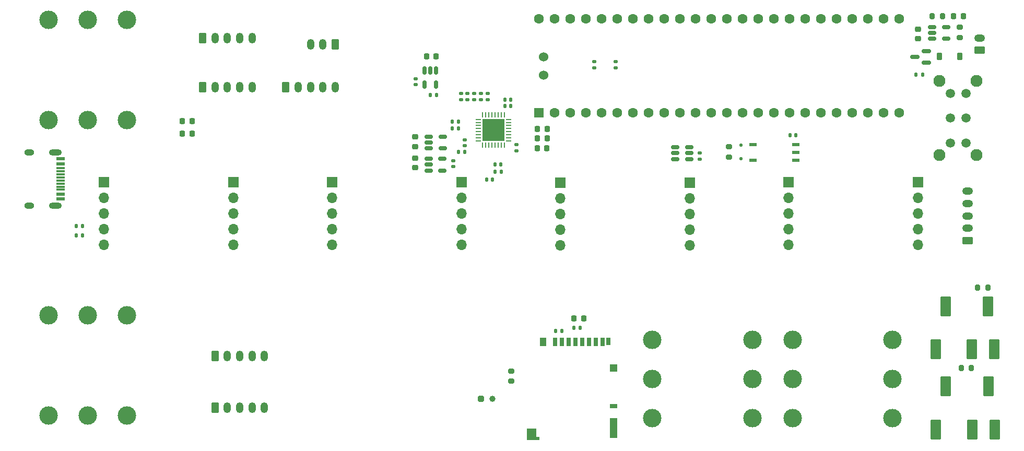
<source format=gbr>
%TF.GenerationSoftware,KiCad,Pcbnew,9.0.5*%
%TF.CreationDate,2025-10-04T17:31:32+02:00*%
%TF.ProjectId,toern_revE,746f6572-6e5f-4726-9576-452e6b696361,rev?*%
%TF.SameCoordinates,Original*%
%TF.FileFunction,Soldermask,Top*%
%TF.FilePolarity,Negative*%
%FSLAX46Y46*%
G04 Gerber Fmt 4.6, Leading zero omitted, Abs format (unit mm)*
G04 Created by KiCad (PCBNEW 9.0.5) date 2025-10-04 17:31:32*
%MOMM*%
%LPD*%
G01*
G04 APERTURE LIST*
G04 Aperture macros list*
%AMRoundRect*
0 Rectangle with rounded corners*
0 $1 Rounding radius*
0 $2 $3 $4 $5 $6 $7 $8 $9 X,Y pos of 4 corners*
0 Add a 4 corners polygon primitive as box body*
4,1,4,$2,$3,$4,$5,$6,$7,$8,$9,$2,$3,0*
0 Add four circle primitives for the rounded corners*
1,1,$1+$1,$2,$3*
1,1,$1+$1,$4,$5*
1,1,$1+$1,$6,$7*
1,1,$1+$1,$8,$9*
0 Add four rect primitives between the rounded corners*
20,1,$1+$1,$2,$3,$4,$5,0*
20,1,$1+$1,$4,$5,$6,$7,0*
20,1,$1+$1,$6,$7,$8,$9,0*
20,1,$1+$1,$8,$9,$2,$3,0*%
%AMRotRect*
0 Rectangle, with rotation*
0 The origin of the aperture is its center*
0 $1 length*
0 $2 width*
0 $3 Rotation angle, in degrees counterclockwise*
0 Add horizontal line*
21,1,$1,$2,0,0,$3*%
G04 Aperture macros list end*
%ADD10RoundRect,0.135000X-0.185000X0.135000X-0.185000X-0.135000X0.185000X-0.135000X0.185000X0.135000X0*%
%ADD11RoundRect,0.135000X0.185000X-0.135000X0.185000X0.135000X-0.185000X0.135000X-0.185000X-0.135000X0*%
%ADD12RoundRect,0.225000X0.225000X0.375000X-0.225000X0.375000X-0.225000X-0.375000X0.225000X-0.375000X0*%
%ADD13RoundRect,0.250000X-0.250000X-0.250000X0.250000X-0.250000X0.250000X0.250000X-0.250000X0.250000X0*%
%ADD14C,1.000000*%
%ADD15RoundRect,0.140000X-0.140000X-0.170000X0.140000X-0.170000X0.140000X0.170000X-0.140000X0.170000X0*%
%ADD16RoundRect,0.200000X-0.275000X0.200000X-0.275000X-0.200000X0.275000X-0.200000X0.275000X0.200000X0*%
%ADD17RoundRect,0.140000X0.170000X-0.140000X0.170000X0.140000X-0.170000X0.140000X-0.170000X-0.140000X0*%
%ADD18RoundRect,0.135000X-0.135000X-0.185000X0.135000X-0.185000X0.135000X0.185000X-0.135000X0.185000X0*%
%ADD19RoundRect,0.250000X0.625000X-0.350000X0.625000X0.350000X-0.625000X0.350000X-0.625000X-0.350000X0*%
%ADD20O,1.750000X1.200000*%
%ADD21RoundRect,0.250000X-0.350000X-0.625000X0.350000X-0.625000X0.350000X0.625000X-0.350000X0.625000X0*%
%ADD22O,1.200000X1.750000*%
%ADD23RoundRect,0.225000X0.225000X0.250000X-0.225000X0.250000X-0.225000X-0.250000X0.225000X-0.250000X0*%
%ADD24RoundRect,0.200000X-0.200000X-0.275000X0.200000X-0.275000X0.200000X0.275000X-0.200000X0.275000X0*%
%ADD25R,1.450000X0.600000*%
%ADD26R,1.450000X0.300000*%
%ADD27O,2.100000X1.000000*%
%ADD28O,1.600000X1.000000*%
%ADD29R,1.700000X1.700000*%
%ADD30O,1.700000X1.700000*%
%ADD31RoundRect,0.225000X0.250000X-0.225000X0.250000X0.225000X-0.250000X0.225000X-0.250000X-0.225000X0*%
%ADD32RoundRect,0.140000X0.140000X0.170000X-0.140000X0.170000X-0.140000X-0.170000X0.140000X-0.170000X0*%
%ADD33RoundRect,0.140000X-0.170000X0.140000X-0.170000X-0.140000X0.170000X-0.140000X0.170000X0.140000X0*%
%ADD34RoundRect,0.150000X-0.512500X-0.150000X0.512500X-0.150000X0.512500X0.150000X-0.512500X0.150000X0*%
%ADD35RoundRect,0.225000X-0.225000X-0.250000X0.225000X-0.250000X0.225000X0.250000X-0.225000X0.250000X0*%
%ADD36R,1.208024X0.466344*%
%ADD37RoundRect,0.250000X0.350000X0.625000X-0.350000X0.625000X-0.350000X-0.625000X0.350000X-0.625000X0*%
%ADD38C,3.000000*%
%ADD39RoundRect,0.102000X0.750000X1.500000X-0.750000X1.500000X-0.750000X-1.500000X0.750000X-1.500000X0*%
%ADD40RoundRect,0.218750X-0.218750X-0.256250X0.218750X-0.256250X0.218750X0.256250X-0.218750X0.256250X0*%
%ADD41RoundRect,0.150000X-0.150000X0.512500X-0.150000X-0.512500X0.150000X-0.512500X0.150000X0.512500X0*%
%ADD42RoundRect,0.200000X0.200000X0.275000X-0.200000X0.275000X-0.200000X-0.275000X0.200000X-0.275000X0*%
%ADD43RoundRect,0.225000X-0.250000X0.225000X-0.250000X-0.225000X0.250000X-0.225000X0.250000X0.225000X0*%
%ADD44RoundRect,0.135000X0.135000X0.185000X-0.135000X0.185000X-0.135000X-0.185000X0.135000X-0.185000X0*%
%ADD45RoundRect,0.150000X0.587500X0.150000X-0.587500X0.150000X-0.587500X-0.150000X0.587500X-0.150000X0*%
%ADD46RoundRect,0.125000X-0.125000X0.125000X-0.125000X-0.125000X0.125000X-0.125000X0.125000X0.125000X0*%
%ADD47RoundRect,0.062500X0.062500X-0.337500X0.062500X0.337500X-0.062500X0.337500X-0.062500X-0.337500X0*%
%ADD48RoundRect,0.062500X0.337500X-0.062500X0.337500X0.062500X-0.337500X0.062500X-0.337500X-0.062500X0*%
%ADD49R,3.600000X3.600000*%
%ADD50R,0.700000X1.400000*%
%ADD51R,0.700000X1.200000*%
%ADD52R,1.200000X0.800000*%
%ADD53R,1.500000X1.900000*%
%ADD54RotRect,0.200000X0.200000X45.000000*%
%ADD55R,0.500000X0.500000*%
%ADD56R,1.000000X1.400000*%
%ADD57R,1.200000X1.200000*%
%ADD58R,1.200000X3.200000*%
%ADD59RoundRect,0.200000X0.275000X-0.200000X0.275000X0.200000X-0.275000X0.200000X-0.275000X-0.200000X0*%
%ADD60C,1.500000*%
%ADD61C,1.950000*%
%ADD62R,1.600000X1.600000*%
%ADD63C,1.600000*%
%ADD64C,1.524000*%
G04 APERTURE END LIST*
D10*
%TO.C,R19*%
X124500000Y-33815000D03*
X124500000Y-34835000D03*
%TD*%
D11*
%TO.C,R15*%
X128000000Y-34835000D03*
X128000000Y-33815000D03*
%TD*%
D12*
%TO.C,D2*%
X183800000Y-33000000D03*
X180500000Y-33000000D03*
%TD*%
D13*
%TO.C,MK1*%
X106100000Y-88500000D03*
D14*
X108000000Y-88500000D03*
%TD*%
D15*
%TO.C,C8*%
X102500000Y-48500000D03*
X103460000Y-48500000D03*
%TD*%
D16*
%TO.C,R11*%
X111000000Y-84000000D03*
X111000000Y-85650000D03*
%TD*%
D17*
%TO.C,C25*%
X95565000Y-37552500D03*
X95565000Y-36592500D03*
%TD*%
D18*
%TO.C,R12*%
X101480000Y-43540000D03*
X102500000Y-43540000D03*
%TD*%
D19*
%TO.C,J15*%
X185000000Y-62865836D03*
D20*
X185000000Y-60865836D03*
X185000000Y-58865836D03*
X185000000Y-56865836D03*
X185000000Y-54865836D03*
%TD*%
D21*
%TO.C,J11.5*%
X63000000Y-81600000D03*
D22*
X65000000Y-81600000D03*
X67000000Y-81600000D03*
X69000000Y-81600000D03*
X71000000Y-81600000D03*
%TD*%
D23*
%TO.C,C16*%
X59275000Y-43500000D03*
X57725000Y-43500000D03*
%TD*%
D24*
%TO.C,R7*%
X186675000Y-70500000D03*
X188325000Y-70500000D03*
%TD*%
D21*
%TO.C,J11*%
X63000000Y-90000000D03*
D22*
X65000000Y-90000000D03*
X67000000Y-90000000D03*
X69000000Y-90000000D03*
X71000000Y-90000000D03*
%TD*%
D23*
%TO.C,C18*%
X116830000Y-47850000D03*
X115280000Y-47850000D03*
%TD*%
D25*
%TO.C,J4*%
X37995000Y-49610000D03*
X37995000Y-50410000D03*
D26*
X37995000Y-51610000D03*
X37995000Y-52610000D03*
X37995000Y-53110000D03*
X37995000Y-54110000D03*
D25*
X37995000Y-55310000D03*
X37995000Y-56110000D03*
X37995000Y-56110000D03*
X37995000Y-55310000D03*
D26*
X37995000Y-54610000D03*
X37995000Y-53610000D03*
X37995000Y-52110000D03*
X37995000Y-51110000D03*
D25*
X37995000Y-50410000D03*
X37995000Y-49610000D03*
D27*
X37080000Y-48540000D03*
D28*
X32900000Y-48540000D03*
D27*
X37080000Y-57180000D03*
D28*
X32900000Y-57180000D03*
%TD*%
D10*
%TO.C,R4*%
X103920000Y-39000000D03*
X103920000Y-40020000D03*
%TD*%
D29*
%TO.C,U10*%
X82000000Y-53425000D03*
X103000000Y-53425051D03*
D30*
X82000000Y-55965000D03*
X103000000Y-55965051D03*
X82000000Y-58505000D03*
X103000000Y-58505051D03*
X82000000Y-61045000D03*
X103000000Y-61045051D03*
X82000000Y-63585000D03*
X103000000Y-63585051D03*
%TD*%
D31*
%TO.C,C5*%
X177030000Y-30110000D03*
X177030000Y-28560000D03*
%TD*%
D21*
%TO.C,J12*%
X61000000Y-38000000D03*
D22*
X63000000Y-38000000D03*
X65000000Y-38000000D03*
X67000000Y-38000000D03*
X69000000Y-38000000D03*
%TD*%
D18*
%TO.C,R13*%
X101480000Y-44680000D03*
X102500000Y-44680000D03*
%TD*%
D32*
%TO.C,C21*%
X122180000Y-77020000D03*
X121220000Y-77020000D03*
%TD*%
D33*
%TO.C,C1*%
X101617500Y-49910000D03*
X101617500Y-50870000D03*
%TD*%
D34*
%TO.C,U5*%
X137632500Y-47740000D03*
X137632500Y-48690000D03*
X137632500Y-49640000D03*
X139907500Y-49640000D03*
X139907500Y-48690000D03*
X139907500Y-47740000D03*
%TD*%
D15*
%TO.C,C12*%
X110020000Y-40000000D03*
X110980000Y-40000000D03*
%TD*%
D34*
%TO.C,U1*%
X97620920Y-49585520D03*
X97620920Y-50535520D03*
X97620920Y-51485520D03*
X99895920Y-51485520D03*
X99895920Y-49585520D03*
%TD*%
D23*
%TO.C,C19*%
X116845000Y-46310000D03*
X115295000Y-46310000D03*
%TD*%
D35*
%TO.C,C22*%
X121225000Y-75500000D03*
X122775000Y-75500000D03*
%TD*%
D10*
%TO.C,R2*%
X106140000Y-39000000D03*
X106140000Y-40020000D03*
%TD*%
D36*
%TO.C,U4*%
X150276600Y-47320000D03*
X150276600Y-49860000D03*
X157160000Y-49860000D03*
X157160000Y-48590000D03*
X157160000Y-47320000D03*
%TD*%
D10*
%TO.C,R1*%
X107230000Y-39000000D03*
X107230000Y-40020000D03*
%TD*%
D37*
%TO.C,J9*%
X82500000Y-31000000D03*
D22*
X80500000Y-31000000D03*
X78500000Y-31000000D03*
%TD*%
D33*
%TO.C,C13*%
X111900000Y-47320000D03*
X111900000Y-48280000D03*
%TD*%
D34*
%TO.C,U8*%
X179255000Y-28205000D03*
X179255000Y-29155000D03*
X179255000Y-30105000D03*
X181530000Y-30105000D03*
X181530000Y-28205000D03*
%TD*%
D38*
%TO.C,J7*%
X150120000Y-85350000D03*
X133890000Y-85350000D03*
X150120000Y-91700000D03*
X133890000Y-91700000D03*
X150120000Y-79000000D03*
X133890000Y-79000000D03*
%TD*%
D39*
%TO.C,J3*%
X188350000Y-73500000D03*
X181450000Y-73500000D03*
X185750000Y-80500000D03*
X189350000Y-80500000D03*
X179850000Y-80500000D03*
%TD*%
D15*
%TO.C,C14*%
X156210000Y-45760000D03*
X157170000Y-45760000D03*
%TD*%
D40*
%TO.C,D3*%
X182742500Y-26460000D03*
X184317500Y-26460000D03*
%TD*%
D18*
%TO.C,R10*%
X40500000Y-60500000D03*
X41520000Y-60500000D03*
%TD*%
D29*
%TO.C,U9*%
X119000000Y-53460000D03*
X140000000Y-53460051D03*
D30*
X119000000Y-56000000D03*
X140000000Y-56000051D03*
X119000000Y-58540000D03*
X140000000Y-58540051D03*
X119000000Y-61080000D03*
X140000000Y-61080051D03*
X119000000Y-63620000D03*
X140000000Y-63620051D03*
%TD*%
D41*
%TO.C,U7*%
X98880000Y-35285000D03*
X97930000Y-35285000D03*
X96980000Y-35285000D03*
X96980000Y-37560000D03*
X98880000Y-37560000D03*
%TD*%
D42*
%TO.C,R8*%
X185650000Y-83500000D03*
X184000000Y-83500000D03*
%TD*%
D18*
%TO.C,R9*%
X40500000Y-62000000D03*
X41520000Y-62000000D03*
%TD*%
D23*
%TO.C,C20*%
X116840000Y-44790000D03*
X115290000Y-44790000D03*
%TD*%
D39*
%TO.C,J2*%
X188400000Y-86500000D03*
X181500000Y-86500000D03*
X185800000Y-93500000D03*
X189400000Y-93500000D03*
X179900000Y-93500000D03*
%TD*%
D38*
%TO.C,J5*%
X42331020Y-43307339D03*
X42331020Y-27077339D03*
X35981020Y-43307339D03*
X35981020Y-27077339D03*
X48681020Y-43307339D03*
X48681020Y-27077339D03*
%TD*%
D43*
%TO.C,C4*%
X95450000Y-46050000D03*
X95450000Y-47600000D03*
%TD*%
D23*
%TO.C,C17*%
X59275000Y-45500000D03*
X57725000Y-45500000D03*
%TD*%
D44*
%TO.C,R16*%
X119240000Y-77500000D03*
X118220000Y-77500000D03*
%TD*%
D33*
%TO.C,C15*%
X141567500Y-48690000D03*
X141567500Y-49650000D03*
%TD*%
D45*
%TO.C,Q1*%
X178375000Y-34005000D03*
X178375000Y-32105000D03*
X176500000Y-33055000D03*
%TD*%
D19*
%TO.C,J16*%
X187000000Y-32000000D03*
D20*
X187000000Y-30000000D03*
%TD*%
D10*
%TO.C,R5*%
X102870000Y-39000000D03*
X102870000Y-40020000D03*
%TD*%
D34*
%TO.C,U2*%
X97632500Y-46000000D03*
X97632500Y-46950000D03*
X97632500Y-47900000D03*
X99907500Y-47900000D03*
X99907500Y-46000000D03*
%TD*%
D10*
%TO.C,R3*%
X105050000Y-39000000D03*
X105050000Y-40020000D03*
%TD*%
D46*
%TO.C,D1*%
X148276528Y-47347164D03*
X148276528Y-49547164D03*
%TD*%
D18*
%TO.C,R17*%
X176690000Y-35920000D03*
X177710000Y-35920000D03*
%TD*%
D42*
%TO.C,R14*%
X180965000Y-26460000D03*
X179315000Y-26460000D03*
%TD*%
D21*
%TO.C,J13*%
X74500000Y-38000000D03*
D22*
X76500000Y-38000000D03*
X78500000Y-38000000D03*
X80500000Y-38000000D03*
X82500000Y-38000000D03*
%TD*%
D29*
%TO.C,U11*%
X45000000Y-53425000D03*
X66000000Y-53425051D03*
D30*
X45000000Y-55965000D03*
X66000000Y-55965051D03*
X45000000Y-58505000D03*
X66000000Y-58505051D03*
X45000000Y-61045000D03*
X66000000Y-61045051D03*
X45000000Y-63585000D03*
X66000000Y-63585051D03*
%TD*%
D23*
%TO.C,C24*%
X98880000Y-33022500D03*
X97330000Y-33022500D03*
%TD*%
D43*
%TO.C,C3*%
X95443778Y-49508225D03*
X95443778Y-51058225D03*
%TD*%
D47*
%TO.C,U3*%
X106410000Y-47400000D03*
X106910000Y-47400000D03*
X107410000Y-47400000D03*
X107910000Y-47400000D03*
X108410000Y-47400000D03*
X108910000Y-47400000D03*
X109410000Y-47400000D03*
X109910000Y-47400000D03*
D48*
X110610000Y-46700000D03*
X110610000Y-46200000D03*
X110610000Y-45700000D03*
X110610000Y-45200000D03*
X110610000Y-44700000D03*
X110610000Y-44200000D03*
X110610000Y-43700000D03*
X110610000Y-43200000D03*
D47*
X109910000Y-42500000D03*
X109410000Y-42500000D03*
X108910000Y-42500000D03*
X108410000Y-42500000D03*
X107910000Y-42500000D03*
X107410000Y-42500000D03*
X106910000Y-42500000D03*
X106410000Y-42500000D03*
D48*
X105710000Y-43200000D03*
X105710000Y-43700000D03*
X105710000Y-44200000D03*
X105710000Y-44700000D03*
X105710000Y-45200000D03*
X105710000Y-45700000D03*
X105710000Y-46200000D03*
X105710000Y-46700000D03*
D49*
X108160000Y-44950000D03*
%TD*%
D50*
%TO.C,J8*%
X118125000Y-79300000D03*
X119225000Y-79300000D03*
X120325000Y-79300000D03*
X121425000Y-79300000D03*
X122525000Y-79300000D03*
X123625000Y-79300000D03*
X124725000Y-79300000D03*
X125825000Y-79300000D03*
D51*
X126775000Y-79200000D03*
D52*
X127625000Y-89700000D03*
D53*
X114325000Y-94300000D03*
D54*
X115075000Y-94750000D03*
D55*
X115325000Y-95000000D03*
D56*
X116225000Y-79300000D03*
D57*
X127625000Y-83500000D03*
D58*
X127625000Y-93300000D03*
%TD*%
D15*
%TO.C,C11*%
X110020000Y-41000000D03*
X110980000Y-41000000D03*
%TD*%
D59*
%TO.C,R18*%
X183770000Y-29900000D03*
X183770000Y-28250000D03*
%TD*%
D60*
%TO.C,SW1*%
X184750000Y-47000000D03*
X184750000Y-43000000D03*
X184750000Y-39000000D03*
X182250000Y-39000000D03*
X182250000Y-43000000D03*
X182250000Y-47000000D03*
D61*
X186500000Y-49000000D03*
X180500000Y-49000000D03*
X186500000Y-37000000D03*
X180500000Y-37000000D03*
%TD*%
D15*
%TO.C,C10*%
X108400000Y-50520000D03*
X109360000Y-50520000D03*
%TD*%
D38*
%TO.C,J6*%
X172875000Y-85350000D03*
X156645000Y-85350000D03*
X172875000Y-91700000D03*
X156645000Y-91700000D03*
X172875000Y-79000000D03*
X156645000Y-79000000D03*
%TD*%
D33*
%TO.C,C2*%
X103500000Y-46500000D03*
X103500000Y-47460000D03*
%TD*%
D21*
%TO.C,J14*%
X61000000Y-30000000D03*
D22*
X63000000Y-30000000D03*
X65000000Y-30000000D03*
X67000000Y-30000000D03*
X69000000Y-30000000D03*
%TD*%
D32*
%TO.C,C23*%
X98895000Y-39232500D03*
X97935000Y-39232500D03*
%TD*%
D15*
%TO.C,C7*%
X107040000Y-53000000D03*
X108000000Y-53000000D03*
%TD*%
D29*
%TO.C,U12*%
X156000000Y-53425000D03*
X177000000Y-53425051D03*
D30*
X156000000Y-55965000D03*
X177000000Y-55965051D03*
X156000000Y-58505000D03*
X177000000Y-58505051D03*
X156000000Y-61045000D03*
X177000000Y-61045051D03*
X156000000Y-63585000D03*
X177000000Y-63585051D03*
%TD*%
D62*
%TO.C,U6*%
X115560000Y-42150000D03*
D63*
X118100000Y-42150000D03*
X120640000Y-42150000D03*
X123180000Y-42150000D03*
X125720000Y-42150000D03*
X128260000Y-42150000D03*
X130800000Y-42150000D03*
X133340000Y-42150000D03*
X135880000Y-42150000D03*
X138420000Y-42150000D03*
X140960000Y-42150000D03*
X143500000Y-42150000D03*
X146040000Y-42150000D03*
X148580000Y-42150000D03*
X151120000Y-42150000D03*
X153660000Y-42150000D03*
X156200000Y-42150000D03*
X158740000Y-42150000D03*
X161280000Y-42150000D03*
X163820000Y-42150000D03*
X166360000Y-42150000D03*
X168900000Y-42150000D03*
X171440000Y-42150000D03*
X173980000Y-42150000D03*
X173980000Y-26910000D03*
X171440000Y-26910000D03*
X168900000Y-26910000D03*
X166360000Y-26910000D03*
X163820000Y-26910000D03*
X161280000Y-26910000D03*
X158740000Y-26910000D03*
X156200000Y-26910000D03*
X153660000Y-26910000D03*
X151120000Y-26910000D03*
X148580000Y-26910000D03*
X146040000Y-26910000D03*
X143500000Y-26910000D03*
X140960000Y-26910000D03*
X138420000Y-26910000D03*
X135880000Y-26910000D03*
X133340000Y-26910000D03*
X130800000Y-26910000D03*
X128260000Y-26910000D03*
X125720000Y-26910000D03*
X123180000Y-26910000D03*
X120640000Y-26910000D03*
X118100000Y-26910000D03*
X115560000Y-26910000D03*
D64*
X116270000Y-33030000D03*
X116270000Y-36030000D03*
%TD*%
D16*
%TO.C,R6*%
X146340000Y-47635000D03*
X146340000Y-49285000D03*
%TD*%
D15*
%TO.C,C9*%
X108440000Y-51680000D03*
X109400000Y-51680000D03*
%TD*%
D38*
%TO.C,J1*%
X42350000Y-91230000D03*
X42350000Y-75000000D03*
X36000000Y-91230000D03*
X36000000Y-75000000D03*
X48700000Y-91230000D03*
X48700000Y-75000000D03*
%TD*%
M02*

</source>
